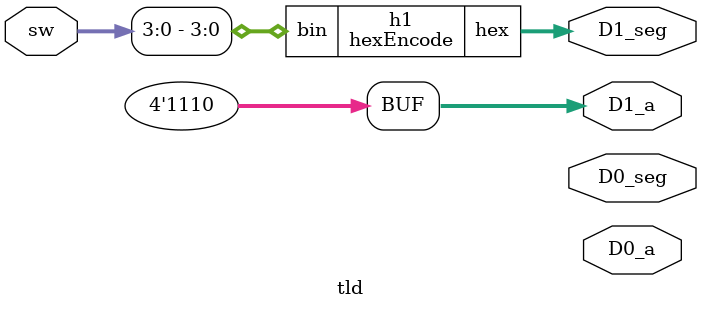
<source format=v>
`timescale 1ns / 1ps

module hexEncode(input [3:0] bin, output wire [7:0] hex);

  wire A,B,C,D;

  assign A = bin[3];
  assign B = bin[2];
  assign C = bin[1];
  assign D = bin[0];


    assign hex[7] = 1;
    assign hex[6] = (~A & ~B & ~C & ~D) | (~A & ~B & ~C & D) | (~A & B & C & D);
    assign hex[5] = (~A & ~B & ~C & D) | (~A & ~B & C & ~D) | (~A & ~B & C & D) | (~A & B & C & D) | (A & B & ~C & D);
    assign hex[4] = (~A & ~B & ~C & D) | (~A & ~B & C & D) | (~A & B & ~C & ~D) | (~A & B & ~C & D) | (~A & B & C & D) | (A & ~B & ~C & D);
    assign hex[3] = (~A & ~B & ~C & D) | (~A & B & ~C & ~D) | (~A & B & C & D) | (A & ~B & C & ~D) | (A & B & C & D);
    assign hex[2] = (~A & ~B & C & ~D) | (A & B & ~C & ~D) | (A & B & C & ~D) | (A & B & C & D);
    assign hex[1] = (~A & B & ~C & D) |  (~A & B & C & ~D) | (A & ~B & C & D) |  (A & B & ~C & ~D) | (A & B & C & ~D) |  (A & B & C & D);
  assign hex[0] = (~A & B & ~C & ~D) | (A & ~B & C & D) | (A & B & ~C & D) | (~A&~B&~C&D);
endmodule

module tld(
input [15:0] sw,
output [7:0] D0_seg, D1_seg,
output [3:0] D0_a, D1_a
);

hexEncode h1(sw[3:0], D1_seg);
assign D1_a = 4'b1110;
endmodule

</source>
